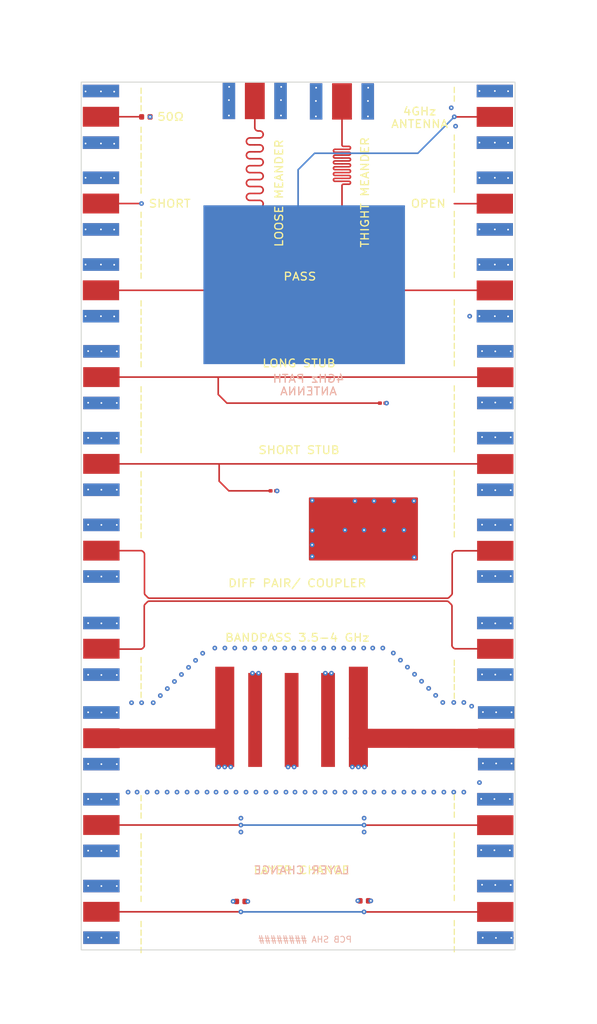
<source format=kicad_pcb>
(kicad_pcb (version 20211014) (generator pcbnew)
  (layers (0 "F.Cu" signal) (1 "In1.Cu" signal) (2 "In2.Cu" signal) (31 "B.Cu" signal) (34 "B.Paste" user) (35 "F.Paste" user) (36 "B.SilkS" user "B.Silkscreen") (37 "F.SilkS" user "F.Silkscreen") (38 "B.Mask" user) (39 "F.Mask" user) (44 "Edge.Cuts" user))
  (net 0 "")
  (net 1 "Net-(J1-Pad1)")
  (net 2 "GND")
  (net 3 "unconnected-(J3-Pad1)")
  (net 4 "Net-(R2-Pad1)")
  (net 5 "Net-(J7-Pad1)")
  (net 6 "Net-(J10-Pad1)")
  (net 7 "/DIFF_P")
  (net 8 "/DIFF_N")
  (net 9 "Net-(J15-Pad1)")
  (net 10 "Net-(J16-Pad1)")
  (net 11 "unconnected-(J5-Pad1)")
  (net 12 "unconnected-(J21-Pad1)")
  (net 13 "unconnected-(J22-Pad1)")
  (footprint "antmicro-footprints:RF_SMA_BoardEdge_RF2-143-T-17-50-G" (layer "F.Cu") (at 143.8 137.615 -90)
    (fp_text reference "J17" hide)
    (fp_text value "Conn_SMA_RF2-143-T-17-50-G")
  )
  (footprint "antmicro-footprints:RF_SMA_BoardEdge_RF2-143-T-17-50-G" (layer "F.Cu") (at 143.8 86 -90)
    (fp_text reference "J8" hide)
    (fp_text value "Conn_SMA_RF2-143-T-17-50-G")
  )
  (footprint "antmicro-footprints:RF_SMA_BoardEdge_RF2-143-T-17-50-G" (layer "F.Cu") (at 143.9 127.615 -90)
    (fp_text reference "J20" hide)
    (fp_text value "Conn_SMA_RF2-143-T-17-50-G")
  )
  (footprint "antmicro-footprints:RF_SMA_BoardEdge_RF2-143-T-17-50-G" (layer "F.Cu") (at 143.8 117.3 -90)
    (fp_text reference "J14" hide)
    (fp_text value "Conn_SMA_RF2-143-T-17-50-G")
  )
  (footprint "antmicro-footprints:RF_SMA_BoardEdge_RF2-143-T-17-50-G" (layer "F.Cu") (at 94.25 96 90)
    (fp_text reference "J9" hide)
    (fp_text value "Conn_SMA_RF2-143-T-17-50-G")
  )
  (footprint "antmicro-footprints:RF_SMA_BoardEdge_RF2-143-T-17-50-G" (layer "F.Cu") (at 143.75 66 -90)
    (fp_text reference "J3" hide)
    (fp_text value "Conn_SMA_RF2-143-T-17-50-G")
  )
  (footprint "antmicro-footprints:RF_SMA_BoardEdge_RF2-143-T-17-50-G" (layer "F.Cu") (at 143.8 147.615 -90)
    (fp_text reference "J18" hide)
    (fp_text value "Conn_SMA_RF2-143-T-17-50-G")
  )
  (footprint "antmicro-footprints:C_0402_1005Metric" (layer "F.Cu") (at 112.39 146.415)
    (fp_text reference "C2" hide)
    (fp_text value "C_100n_0402")
  )
  (footprint "antmicro-footprints:R_0402_1005Metric" (layer "F.Cu") (at 101.45 56.007499)
    (fp_text reference "R2" hide)
    (fp_text value "R_50R_0402")
  )
  (footprint "antmicro-footprints:C_0402_1005Metric" (layer "F.Cu") (at 126.62 146.345)
    (fp_text reference "C1" hide)
    (fp_text value "C_100n_0402")
  )
  (footprint "antmicro-footprints:RF_SMA_BoardEdge_RF2-143-T-17-50-G" (layer "F.Cu") (at 143.8 96 -90)
    (fp_text reference "J10" hide)
    (fp_text value "Conn_SMA_RF2-143-T-17-50-G")
  )
  (footprint "antmicro-footprints:RF_SMA_BoardEdge_RF2-143-T-17-50-G" (layer "F.Cu") (at 94.25 106 90)
    (fp_text reference "J11" hide)
    (fp_text value "Conn_SMA_RF2-143-T-17-50-G")
  )
  (footprint "antmicro-footprints:RF_SMA_BoardEdge_RF2-143-T-17-50-G" (layer "F.Cu") (at 143.8 106 -90)
    (fp_text reference "J13" hide)
    (fp_text value "Conn_SMA_RF2-143-T-17-50-G")
  )
  (footprint "antmicro-footprints:RF_SMA_BoardEdge_RF2-143-T-17-50-G" (layer "F.Cu") (at 94.25 137.615 90)
    (fp_text reference "J15" hide)
    (fp_text value "Conn_SMA_RF2-143-T-17-50-G")
  )
  (footprint "antmicro-footprints:R_0201" (layer "F.Cu") (at 116.144 99.100001 180)
    (fp_text reference "R4" hide)
    (fp_text value "R_0R_0201")
  )
  (footprint "antmicro-footprints:RF_SMA_BoardEdge_RF2-143-T-17-50-G" (layer "F.Cu") (at 94.2 76 90)
    (fp_text reference "J1" hide)
    (fp_text value "Conn_SMA_RF2-143-T-17-50-G")
  )
  (footprint "antmicro-footprints:RF_SMA_BoardEdge_RF2-143-T-17-50-G" (layer "F.Cu") (at 143.75 76 -90)
    (fp_text reference "J2" hide)
    (fp_text value "Conn_SMA_RF2-143-T-17-50-G")
  )
  (footprint "antmicro-footprints:RF_SMA_BoardEdge_RF2-143-T-17-50-G" (layer "F.Cu") (at 94.25 117.3 90)
    (fp_text reference "J12" hide)
    (fp_text value "Conn_SMA_RF2-143-T-17-50-G")
  )
  (footprint "antmicro-footprints:RF_SMA_BoardEdge_RF2-143-T-17-50-G" (layer "F.Cu") (at 94.25 127.615 90)
    (fp_text reference "J19" hide)
    (fp_text value "Conn_SMA_RF2-143-T-17-50-G")
  )
  (footprint "antmicro-footprints:RF_SMA_BoardEdge_RF2-143-T-17-50-G" (layer "F.Cu") (at 143.75 56 -90)
    (fp_text reference "J5" hide)
    (fp_text value "Conn_SMA_RF2-143-T-17-50-G")
  )
  (footprint "antmicro-footprints:RF_SMA_BoardEdge_RF2-143-T-17-50-G" (layer "F.Cu") (at 94.2 56 90)
    (fp_text reference "J6" hide)
    (fp_text value "Conn_SMA_RF2-143-T-17-50-G")
  )
  (footprint "antmicro-footprints:RF_SMA_BoardEdge_RF2-143-T-17-50-G" (layer "F.Cu") (at 94.25 147.615 90)
    (fp_text reference "J16" hide)
    (fp_text value "Conn_SMA_RF2-143-T-17-50-G")
  )
  (footprint "antmicro-footprints:RF_SMA_BoardEdge_RF2-143-T-17-50-G" (layer "F.Cu") (at 94.2 66 90)
    (fp_text reference "J4" hide)
    (fp_text value "Conn_SMA_RF2-143-T-17-50-G")
  )
  (footprint "antmicro-footprints:RF_SMA_BoardEdge_RF2-143-T-17-50-G" (layer "F.Cu") (at 114 52.1)
    (fp_text reference "J21" hide)
    (fp_text value "Conn_SMA_RF2-143-T-17-50-G")
  )
  (footprint "antmicro-footprints:RF_SMA_BoardEdge_RF2-143-T-17-50-G" (layer "F.Cu") (at 124.05 52.15)
    (fp_text reference "J22" hide)
    (fp_text value "Conn_SMA_RF2-143-T-17-50-G")
  )
  (footprint "antmicro-footprints:antmicro-logo_scaled_12mm_mask" (layer "F.Cu") (at 126.399 101.982)
    (fp_text reference "G***" hide)
    (fp_text value "LOGO" hide)
  )
  (footprint "antmicro-footprints:RF_SMA_BoardEdge_RF2-143-T-17-50-G" (layer "F.Cu") (at 94.25 86 90)
    (fp_text reference "J7" hide)
    (fp_text value "Conn_SMA_RF2-143-T-17-50-G")
  )
  (footprint "antmicro-footprints:R_0201" (layer "F.Cu") (at 128.744001 88.992501 180)
    (fp_text reference "R3" hide)
    (fp_text value "R_0R_0201")
  )
  (gr_rect (start 124.85 130.915) (end 127.04 119.365) (layer "F.Cu") (width 0) (fill solid))
  (gr_rect (start 117.455 130.915) (end 119.045 120.085) (layer "F.Cu") (width 0) (fill solid))
  (gr_rect (start 113.25 130.915) (end 114.84 120.085) (layer "F.Cu") (width 0) (fill solid))
  (gr_rect (start 109.45 130.915) (end 111.64 119.365) (layer "F.Cu") (width 0) (fill solid))
  (gr_line (start 141.825 127.6225) (end 125.945 127.615) (layer "F.Cu") (width 2.2))
  (gr_rect (start 121.655 130.915) (end 123.245 120.085) (layer "F.Cu") (width 0) (fill solid))
  (gr_line (start 110.495 127.615) (end 96.7 127.615) (layer "F.Cu") (width 2.2))
  (gr_poly (pts (xy 131.315 84.5) (xy 108.085 84.5) (xy 108.085 66.2) (xy 131.315 66.2)) (layer "B.Cu") (width 0) (fill solid))
  (gr_line (start 137 98.4) (end 137 97.8) (layer "F.SilkS") (width 0.15))
  (gr_line (start 100.9 99.5) (end 100.9 98.9) (layer "F.SilkS") (width 0.15))
  (gr_line (start 100.9 62.8) (end 100.9 62.2) (layer "F.SilkS") (width 0.15))
  (gr_line (start 137 140.115) (end 137 139.515) (layer "F.SilkS") (width 0.15))
  (gr_line (start 100.9 98.5) (end 100.9 97.9) (layer "F.SilkS") (width 0.15))
  (gr_line (start 100.9 55.3) (end 100.9 54.7) (layer "F.SilkS") (width 0.15))
  (gr_line (start 137 123.015) (end 137 122.415) (layer "F.SilkS") (width 0.15))
  (gr_line (start 100.9 134.815) (end 100.9 134.215) (layer "F.SilkS") (width 0.15))
  (gr_line (start 137 94.6) (end 137 94) (layer "F.SilkS") (width 0.15))
  (gr_line (start 100.9 102.5) (end 100.9 101.9) (layer "F.SilkS") (width 0.15))
  (gr_line (start 137 100.4) (end 137 99.8) (layer "F.SilkS") (width 0.15))
  (gr_line (start 137 82.7) (end 137 82.1) (layer "F.SilkS") (width 0.15))
  (gr_line (start 100.9 64.8) (end 100.9 64.2) (layer "F.SilkS") (width 0.15))
  (gr_line (start 100.9 88.7) (end 100.9 88.1) (layer "F.SilkS") (width 0.15))
  (gr_line (start 100.9 103.5) (end 100.9 102.9) (layer "F.SilkS") (width 0.15))
  (gr_line (start 100.9 53.3) (end 100.9 52.7) (layer "F.SilkS") (width 0.15))
  (gr_line (start 100.9 61.8) (end 100.9 61.2) (layer "F.SilkS") (width 0.15))
  (gr_line (start 100.9 100.5) (end 100.9 99.9) (layer "F.SilkS") (width 0.15))
  (gr_line (start 100.9 54.3) (end 100.9 53.7) (layer "F.SilkS") (width 0.15))
  (gr_line (start 137 62.7) (end 137 62.1) (layer "F.SilkS") (width 0.15))
  (gr_line (start 137 120.09) (end 137 119.49) (layer "F.SilkS") (width 0.15))
  (gr_line (start 137 79.7) (end 137 79.1) (layer "F.SilkS") (width 0.15))
  (gr_line (start 137 80.7) (end 137 80.1) (layer "F.SilkS") (width 0.15))
  (gr_line (start 137 61.7) (end 137 61.1) (layer "F.SilkS") (width 0.15))
  (gr_line (start 137 146.315) (end 137 145.715) (layer "F.SilkS") (width 0.15))
  (gr_line (start 137 68.5) (end 137 67.9) (layer "F.SilkS") (width 0.15))
  (gr_line (start 100.9 78.8) (end 100.9 78.2) (layer "F.SilkS") (width 0.15))
  (gr_line (start 137 134.715) (end 137 134.115) (layer "F.SilkS") (width 0.15))
  (gr_line (start 137 83.7) (end 137 83.1) (layer "F.SilkS") (width 0.15))
  (gr_line (start 137 81.7) (end 137 81.1) (layer "F.SilkS") (width 0.15))
  (gr_line (start 100.9 60.8) (end 100.9 60.2) (layer "F.SilkS") (width 0.15))
  (gr_line (start 100.9 71.6) (end 100.9 71) (layer "F.SilkS") (width 0.15))
  (gr_line (start 137 78.7) (end 137 78.1) (layer "F.SilkS") (width 0.15))
  (gr_line (start 137 121.09) (end 137 120.49) (layer "F.SilkS") (width 0.15))
  (gr_line (start 100.9 136.815) (end 100.9 136.215) (layer "F.SilkS") (width 0.15))
  (gr_line (start 100.9 57.8) (end 100.9 57.2) (layer "F.SilkS") (width 0.15))
  (gr_line (start 137 144.115) (end 137 143.515) (layer "F.SilkS") (width 0.15))
  (gr_line (start 137 135.715) (end 137 135.115) (layer "F.SilkS") (width 0.15))
  (gr_line (start 100.9 118.9) (end 100.9 118.3) (layer "F.SilkS") (width 0.15))
  (gr_line (start 100.9 135.815) (end 100.9 135.215) (layer "F.SilkS") (width 0.15))
  (gr_line (start 137 74.5) (end 137 73.9) (layer "F.SilkS") (width 0.15))
  (gr_line (start 100.9 140.215) (end 100.9 139.615) (layer "F.SilkS") (width 0.15))
  (gr_line (start 137 152.215) (end 137 151.615) (layer "F.SilkS") (width 0.15))
  (gr_line (start 100.9 73.6) (end 100.9 73) (layer "F.SilkS") (width 0.15))
  (gr_line (start 137 92.6) (end 137 92) (layer "F.SilkS") (width 0.15))
  (gr_line (start 100.9 81.8) (end 100.9 81.2) (layer "F.SilkS") (width 0.15))
  (gr_line (start 100.9 94.7) (end 100.9 94.1) (layer "F.SilkS") (width 0.15))
  (gr_line (start 137 139.115) (end 137 138.515) (layer "F.SilkS") (width 0.15))
  (gr_line (start 100.9 77.8) (end 100.9 77.2) (layer "F.SilkS") (width 0.15))
  (gr_line (start 137 151.215) (end 137 150.615) (layer "F.SilkS") (width 0.15))
  (gr_line (start 100.9 122.9) (end 100.9 122.3) (layer "F.SilkS") (width 0.15))
  (gr_line (start 137 77.7) (end 137 77.1) (layer "F.SilkS") (width 0.15))
  (gr_line (start 137 103.4) (end 137 102.8) (layer "F.SilkS") (width 0.15))
  (gr_line (start 100.9 150.315) (end 100.9 149.715) (layer "F.SilkS") (width 0.15))
  (gr_line (start 100.9 58.8) (end 100.9 58.2) (layer "F.SilkS") (width 0.15))
  (gr_line (start 100.9 79.8) (end 100.9 79.2) (layer "F.SilkS") (width 0.15))
  (gr_line (start 137 90.6) (end 137 90) (layer "F.SilkS") (width 0.15))
  (gr_line (start 137 59.7) (end 137 59.1) (layer "F.SilkS") (width 0.15))
  (gr_line (start 137 142.115) (end 137 141.515) (layer "F.SilkS") (width 0.15))
  (gr_line (start 137 87.6) (end 137 87) (layer "F.SilkS") (width 0.15))
  (gr_line (start 100.9 149.315) (end 100.9 148.715) (layer "F.SilkS") (width 0.15))
  (gr_line (start 137 122.015) (end 137 121.415) (layer "F.SilkS") (width 0.15))
  (gr_line (start 137 58.7) (end 137 58.1) (layer "F.SilkS") (width 0.15))
  (gr_line (start 100.9 90.7) (end 100.9 90.1) (layer "F.SilkS") (width 0.15))
  (gr_line (start 100.9 69.6) (end 100.9 69) (layer "F.SilkS") (width 0.15))
  (gr_line (start 100.9 104.5) (end 100.9 103.9) (layer "F.SilkS") (width 0.15))
  (gr_line (start 100.9 142.215) (end 100.9 141.615) (layer "F.SilkS") (width 0.15))
  (gr_line (start 137 84.7) (end 137 84.1) (layer "F.SilkS") (width 0.15))
  (gr_line (start 137 60.7) (end 137 60.1) (layer "F.SilkS") (width 0.15))
  (gr_line (start 100.9 74.6) (end 100.9 74) (layer "F.SilkS") (width 0.15))
  (gr_line (start 100.9 68.6) (end 100.9 68) (layer "F.SilkS") (width 0.15))
  (gr_line (start 100.9 80.8) (end 100.9 80.2) (layer "F.SilkS") (width 0.15))
  (gr_line (start 137 73.5) (end 137 72.9) (layer "F.SilkS") (width 0.15))
  (gr_line (start 100.9 70.6) (end 100.9 70) (layer "F.SilkS") (width 0.15))
  (gr_line (start 137 67.5) (end 137 66.9) (layer "F.SilkS") (width 0.15))
  (gr_line (start 137 72.5) (end 137 71.9) (layer "F.SilkS") (width 0.15))
  (gr_line (start 100.9 151.315) (end 100.9 150.715) (layer "F.SilkS") (width 0.15))
  (gr_line (start 100.9 101.5) (end 100.9 100.9) (layer "F.SilkS") (width 0.15))
  (gr_line (start 137 145.115) (end 137 144.515) (layer "F.SilkS") (width 0.15))
  (gr_line (start 137 63.7) (end 137 63.1) (layer "F.SilkS") (width 0.15))
  (gr_line (start 137 69.5) (end 137 68.9) (layer "F.SilkS") (width 0.15))
  (gr_line (start 100.9 152.315) (end 100.9 151.715) (layer "F.SilkS") (width 0.15))
  (gr_line (start 100.9 67.6) (end 100.9 67) (layer "F.SilkS") (width 0.15))
  (gr_line (start 100.9 143.215) (end 100.9 142.615) (layer "F.SilkS") (width 0.15))
  (gr_line (start 100.9 72.6) (end 100.9 72) (layer "F.SilkS") (width 0.15))
  (gr_line (start 100.9 120.9) (end 100.9 120.3) (layer "F.SilkS") (width 0.15))
  (gr_line (start 137 102.4) (end 137 101.8) (layer "F.SilkS") (width 0.15))
  (gr_line (start 137 136.715) (end 137 136.115) (layer "F.SilkS") (width 0.15))
  (gr_line (start 137 91.6) (end 137 91) (layer "F.SilkS") (width 0.15))
  (gr_line (start 137 88.6) (end 137 88) (layer "F.SilkS") (width 0.15))
  (gr_line (start 100.9 89.7) (end 100.9 89.1) (layer "F.SilkS") (width 0.15))
  (gr_line (start 100.9 139.215) (end 100.9 138.615) (layer "F.SilkS") (width 0.15))
  (gr_line (start 137 89.6) (end 137 89) (layer "F.SilkS") (width 0.15))
  (gr_line (start 100.9 82.8) (end 100.9 82.2) (layer "F.SilkS") (width 0.15))
  (gr_line (start 137 71.5) (end 137 70.9) (layer "F.SilkS") (width 0.15))
  (gr_line (start 137 97.4) (end 137 96.8) (layer "F.SilkS") (width 0.15))
  (gr_line (start 100.9 121.9) (end 100.9 121.3) (layer "F.SilkS") (width 0.15))
  (gr_line (start 137 104.4) (end 137 103.8) (layer "F.SilkS") (width 0.15))
  (gr_line (start 137 141.115) (end 137 140.515) (layer "F.SilkS") (width 0.15))
  (gr_line (start 137 93.6) (end 137 93) (layer "F.SilkS") (width 0.15))
  (gr_line (start 100.9 146.415) (end 100.9 145.815) (layer "F.SilkS") (width 0.15))
  (gr_line (start 100.9 59.8) (end 100.9 59.2) (layer "F.SilkS") (width 0.15))
  (gr_line (start 137 150.215) (end 137 149.615) (layer "F.SilkS") (width 0.15))
  (gr_line (start 100.9 92.7) (end 100.9 92.1) (layer "F.SilkS") (width 0.15))
  (gr_line (start 100.9 119.9) (end 100.9 119.3) (layer "F.SilkS") (width 0.15))
  (gr_line (start 100.9 145.215) (end 100.9 144.615) (layer "F.SilkS") (width 0.15))
  (gr_line (start 137 70.5) (end 137 69.9) (layer "F.SilkS") (width 0.15))
  (gr_line (start 137 119.215) (end 137 118.615) (layer "F.SilkS") (width 0.15))
  (gr_line (start 137 143.115) (end 137 142.515) (layer "F.SilkS") (width 0.15))
  (gr_line (start 100.9 93.7) (end 100.9 93.1) (layer "F.SilkS") (width 0.15))
  (gr_line (start 100.9 84.8) (end 100.9 84.2) (layer "F.SilkS") (width 0.15))
  (gr_line (start 100.9 83.8) (end 100.9 83.2) (layer "F.SilkS") (width 0.15))
  (gr_line (start 137 149.215) (end 137 148.615) (layer "F.SilkS") (width 0.15))
  (gr_line (start 100.9 97.5) (end 100.9 96.9) (layer "F.SilkS") (width 0.15))
  (gr_line (start 100.9 91.7) (end 100.9 91.1) (layer "F.SilkS") (width 0.15))
  (gr_line (start 137 101.4) (end 137 100.8) (layer "F.SilkS") (width 0.15))
  (gr_line (start 100.9 141.215) (end 100.9 140.615) (layer "F.SilkS") (width 0.15))
  (gr_line (start 100.9 63.8) (end 100.9 63.2) (layer "F.SilkS") (width 0.15))
  (gr_line (start 137 53.2) (end 137 52.6) (layer "F.SilkS") (width 0.15))
  (gr_line (start 137 99.4) (end 137 98.8) (layer "F.SilkS") (width 0.15))
  (gr_line (start 137 54.2) (end 137 53.6) (layer "F.SilkS") (width 0.15))
  (gr_line (start 137 64.7) (end 137 64.1) (layer "F.SilkS") (width 0.15))
  (gr_line (start 100.9 87.7) (end 100.9 87.1) (layer "F.SilkS") (width 0.15))
  (gr_line (start 100.9 144.215) (end 100.9 143.615) (layer "F.SilkS") (width 0.15))
  (gr_rect (start 94 52) (end 144 152) (layer "Edge.Cuts") (width 0.1) (fill none))
  (gr_text "4GHz PATH\nANTENNA" (at 120.2 86.9) (layer "B.SilkS") (effects (font (size 0.9 1)) (justify mirror)))
  (gr_text "LAYER CHANGE" (at 119.4 142.815) (layer "B.SilkS") (effects (font (size 0.9 1)) (justify mirror)))
  (gr_text "PCB SHA ########" (at 119.8 150.8) (layer "B.SilkS") (effects (font (size 0.7 0.7) (thickness 0.1)) (justify mirror)))
  (gr_text "SHORT STUB" (at 119.1 94.4) (layer "F.SilkS") (effects (font (size 0.9 1))))
  (gr_text "BANDPASS 3.5-4 GHz" (at 118.9 116.015) (layer "F.SilkS") (effects (font (size 0.9 1))))
  (gr_text "DIFF PAIR/ COUPLER" (at 118.9 109.74) (layer "F.SilkS") (effects (font (size 0.9 1))))
  (gr_text "LONG STUB" (at 119.1 84.4) (layer "F.SilkS") (effects (font (size 0.9 1))))
  (gr_text "THIGHT MEANDER" (at 126.7 64.7 90) (layer "F.SilkS") (effects (font (size 0.9 1))))
  (gr_text "SHORT" (at 104.2 66) (layer "F.SilkS") (effects (font (size 0.9 1))))
  (gr_text "50Ω" (at 104.3 56) (layer "F.SilkS") (effects (font (size 0.9 1))))
  (gr_text "LOOSE MEANDER" (at 116.8 64.8 90) (layer "F.SilkS") (effects (font (size 0.9 1))))
  (gr_text "PASS" (at 119.2 74.4) (layer "F.SilkS") (effects (font (size 0.9 1))))
  (gr_text "LAYER CHANGE" (at 119.4 142.815) (layer "F.SilkS") (effects (font (size 0.9 1))))
  (gr_text "OPEN" (at 134 66) (layer "F.SilkS") (effects (font (size 0.9 1))))
  (gr_text "4GHz\nANTENNA" (at 133 56.1) (layer "F.SilkS") (effects (font (size 0.9 1))))
  (segment (start 141.6625 75.9925) (end 141.675 75.98) (width 0.185) (layer "F.Cu") (net 1))
  (segment (start 96.275 75.9925) (end 141.6625 75.9925) (width 0.185) (layer "F.Cu") (net 1))
  (segment (start 111.906 146.415) (end 111.52 146.415) (width 0.185) (layer "F.Cu") (net 2))
  (segment (start 100.95 65.9925) (end 96.275 65.9925) (width 0.185) (layer "F.Cu") (net 2))
  (segment (start 111.52 146.415) (end 111.51 146.405) (width 0.185) (layer "F.Cu") (net 2))
  (via (at 116.576043 99.109757) (size 0.55) (drill 0.2) (layers "F.Cu" "B.Cu") (net 2))
  (via (at 138.775 78.975) (size 0.55) (drill 0.2) (layers "F.Cu" "B.Cu") (net 2))
  (via (at 94.5 53.075) (size 0.55) (drill 0.2) (layers "F.Cu" "B.Cu") (net 2))
  (via (at 96.325 103.025) (size 0.55) (drill 0.2) (layers "F.Cu" "B.Cu") (net 2))
  (via (at 132.349 100.272) (size 0.55) (drill 0.2) (layers "F.Cu" "B.Cu") (net 2))
  (via (at 98.1 130.59) (size 0.55) (drill 0.2) (layers "F.Cu" "B.Cu") (net 2))
  (via (at 140.2 114.35) (size 0.55) (drill 0.2) (layers "F.Cu" "B.Cu") (net 2))
  (via (at 121.96 117.215) (size 0.55) (drill 0.2) (layers "F.Cu" "B.Cu") (net 2))
  (via (at 128.899 103.622) (size 0.55) (drill 0.2) (layers "F.Cu" "B.Cu") (net 2))
  (via (at 108 117.815) (size 0.55) (drill 0.2) (layers "F.Cu" "B.Cu") (net 2))
  (via (at 110.7 133.815) (size 0.55) (drill 0.2) (layers "F.Cu" "B.Cu") (net 2))
  (via (at 100.44 133.815) (size 0.55) (drill 0.2) (layers "F.Cu" "B.Cu") (net 2))
  (via (at 130.793898 118.608898) (size 0.55) (drill 0.2) (layers "F.Cu" "B.Cu") (net 2))
  (via (at 141.725 99.025) (size 0.55) (drill 0.2) (layers "F.Cu" "B.Cu") (net 2))
  (via (at 105.04 133.815) (size 0.55) (drill 0.2) (layers "F.Cu" "B.Cu") (net 2))
  (via (at 125.549 100.272) (size 0.55) (drill 0.2) (layers "F.Cu" "B.Cu") (net 2))
  (via (at 126.56 117.215) (size 0.55) (drill 0.2) (layers "F.Cu" "B.Cu") (net 2))
  (via (at 94.499999 78.975) (size 0.55) (drill 0.2) (layers "F.Cu" "B.Cu") (net 2))
  (via (at 125.245 130.915) (size 0.55) (drill 0.2) (layers "F.Cu" "B.Cu") (net 2))
  (via (at 126.599 103.622) (size 0.55) (drill 0.2) (layers "F.Cu" "B.Cu") (net 2))
  (via (at 138.1 123.487935) (size 0.55) (drill 0.2) (layers "F.Cu" "B.Cu") (net 2))
  (via (at 94.8 83) (size 0.55) (drill 0.2) (layers "F.Cu" "B.Cu") (net 2))
  (via (at 111.025 54.075) (size 0.55) (drill 0.2) (layers "F.Cu" "B.Cu") (net 2))
  (via (at 94.8 114.343973) (size 0.55) (drill 0.2) (layers "F.Cu" "B.Cu") (net 2))
  (via (at 120.629 100.212) (size 0.55) (drill 0.2) (layers "F.Cu" "B.Cu") (net 2))
  (via (at 96.325 124.64) (size 0.55) (drill 0.2) (layers "F.Cu" "B.Cu") (net 2))
  (via (at 98.1 83.025) (size 0.55) (drill 0.2) (layers "F.Cu" "B.Cu") (net 2))
  (via (at 126.6075 138.415) (size 0.55) (drill 0.2) (layers "F.Cu" "B.Cu") (net 2))
  (via (at 96.325 83.025) (size 0.55) (drill 0.2) (layers "F.Cu" "B.Cu") (net 2))
  (via (at 112.4075 136.815) (size 0.55) (drill 0.2) (layers "F.Cu" "B.Cu") (net 2))
  (via (at 113.2 146.415) (size 0.55) (drill 0.2) (layers "F.Cu" "B.Cu") (net 2))
  (via (at 105.553411 120.261589) (size 0.55) (drill 0.2) (layers "F.Cu" "B.Cu") (net 2))
  (via (at 131.199 103.622) (size 0.55) (drill 0.2) (layers "F.Cu" "B.Cu") (net 2))
  (via (at 140.2 103) (size 0.55) (drill 0.2) (layers "F.Cu" "B.Cu") (net 2))
  (via (at 104.747309 121.067691) (size 0.55) (drill 0.2) (layers "F.Cu" "B.Cu") (net 2))
  (via (at 118.5 117.215) (size 0.55) (drill 0.2) (layers "F.Cu" "B.Cu") (net 2))
  (via (at 143.5 120.275) (size 0.55) (drill 0.2) (layers "F.Cu" "B.Cu") (net 2))
  (via (at 127.6 117.215) (size 0.55) (drill 0.2) (layers "F.Cu" "B.Cu") (net 2))
  (via (at 94.8 88.95) (size 0.55) (drill 0.2) (layers "F.Cu" "B.Cu") (net 2))
  (via (at 143.4 134.615) (size 0.55) (drill 0.2) (layers "F.Cu" "B.Cu") (net 2))
  (via (at 140.1 140.49) (size 0.55) (drill 0.2) (layers "F.Cu" "B.Cu") (net 2))
  (via (at 133.226346 121.041346) (size 0.55) (drill 0.2) (layers "F.Cu" "B.Cu") (net 2))
  (via (at 94.5 68.975) (size 0.55) (drill 0.2) (layers "F.Cu" "B.Cu") (net 2))
  (via (at 137.15 57.08) (size 0.55) (drill 0.2) (layers "F.Cu" "B.Cu") (net 2))
  (via (at 141.675 63.025) (size 0.55) (drill 0.2) (layers "F.Cu" "B.Cu") (net 2))
  (via (at 135.8 133.815) (size 0.55) (drill 0.2) (layers "F.Cu" "B.Cu") (net 2))
  (via (at 96.325 140.59) (size 0.55) (drill 0.2) (layers "F.Cu" "B.Cu") (net 2))
  (via (at 118.64 133.815) (size 0.55) (drill 0.2) (layers "F.Cu" "B.Cu") (net 2))
  (via (at 126.7 133.815) (size 0.55) (drill 0.2) (layers "F.Cu" "B.Cu") (net 2))
  (via (at 124.4 133.815) (size 0.55) (drill 0.2) (layers "F.Cu" "B.Cu") (net 2))
  (via (at 96.275 73.025001) (size 0.55) (drill 0.2) (layers "F.Cu" "B.Cu") (net 2))
  (via (at 115.3 133.815) (size 0.55) (drill 0.2) (layers "F.Cu" "B.Cu") (net 2))
  (via (at 94.5 73.025) (size 0.55) (drill 0.2) (layers "F.Cu" "B.Cu") (net 2))
  (via (at 141.725 114.375) (size 0.55) (drill 0.2) (layers "F.Cu" "B.Cu") (net 2))
  (via (at 98.1 150.59) (size 0.55) (drill 0.2) (layers "F.Cu" "B.Cu") (net 2))
  (via (at 129.973654 117.788654) (size 0.55) (drill 0.2) (layers "F.Cu" "B.Cu") (net 2))
  (via (at 134.64 133.815) (size 0.55) (drill 0.2) (layers "F.Cu" "B.Cu") (net 2))
  (via (at 141.825 130.515) (size 0.55) (drill 0.2) (layers "F.Cu" "B.Cu") (net 2))
  (via (at 140.275 150.59) (size 0.55) (drill 0.2) (layers "F.Cu" "B.Cu") (net 2))
  (via (at 143.5 99.025) (size 0.55) (drill 0.2) (layers "F.Cu" "B.Cu") (net 2))
  (via (at 115.16 117.215) (size 0.55) (drill 0.2) (layers "F.Cu" "B.Cu") (net 2))
  (via (at 96.325 120.318973) (size 0.55) (drill 0.2) (layers "F.Cu" "B.Cu") (net 2))
  (via (at 141.725 88.925) (size 0.55) (drill 0.2) (layers "F.Cu" "B.Cu") (net 2))
  (via (at 139.9 58.975) (size 0.55) (drill 0.2) (layers "F.Cu" "B.Cu") (net 2))
  (via (at 111.51 146.405) (size 0.55) (drill 0.2) (layers "F.Cu" "B.Cu") (net 2))
  (via (at 103.9 133.815) (size 0.55) (drill 0.2) (layers "F.Cu" "B.Cu") (net 2))
  (via (at 111.05 52.55) (size 0.55) (drill 0.2) (layers "F.Cu" "B.Cu") (net 2))
  (via (at 94.8 150.565) (size 0.55) (drill 0.2) (layers "F.Cu" "B.Cu") (net 2))
  (via (at 96.325 98.975) (size 0.55) (drill 0.2) (layers "F.Cu" "B.Cu") (net 2))
  (via (at 132.420244 120.235244) (size 0.55) (drill 0.2) (layers "F.Cu" "B.Cu") (net 2))
  (via (at 98.1 144.64) (size 0.55) (drill 0.2) (layers "F.Cu" "B.Cu") (net 2))
  (via (at 119.66 117.215) (size 0.55) (drill 0.2) (layers "F.Cu" "B.Cu") (net 2))
  (via (at 108.5 133.815) (size 0.55) (drill 0.2) (layers "F.Cu" "B.Cu") (net 2))
  (via (at 123.1 117.215) (size 0.55) (drill 0.2) (layers "F.Cu" "B.Cu") (net 2))
  (via (at 98.1 124.64) (size 0.55) (drill 0.2) (layers "F.Cu" "B.Cu") (net 2))
  (via (at 123.24 133.815) (size 0.55) (drill 0.2) (layers "F.Cu" "B.Cu") (net 2))
  (via (at 140.2 108.9) (size 0.55) (drill 0.2) (layers "F.Cu" "B.Cu") (net 2))
  (via (at 94.8 93) (size 0.55) (drill 0.2) (layers "F.Cu" "B.Cu") (net 2))
  (via (at 117.025 55.850001) (size 0.55) (drill 0.2) (layers "F.Cu" "B.Cu") (net 2))
  (via (at 121.05 54.175) (size 0.55) (drill 0.2) (layers "F.Cu" "B.Cu") (net 2))
  (via (at 99.4 133.815) (size 0.55) (drill 0.2) (layers "F.Cu" "B.Cu") (net 2))
  (via (at 141.625 134.615) (size 0.55) (drill 0.2) (layers "F.Cu" "B.Cu") (net 2))
  (via (at 140.2 83) (size 0.55) (drill 0.2) (layers "F.Cu" "B.Cu") (net 2))
  (via (at 133.5 133.815) (size 0.55) (drill 0.2) (layers "F.Cu" "B.Cu") (net 2))
  (via (at 127.749 100.272) (size 0.55) (drill 0.2) (layers "F.Cu" "B.Cu") (net 2))
  (via (at 141.725 83.025) (size 0.55) (drill 0.2) (layers "F.Cu" "B.Cu") (net 2))
  (via (at 101.6 133.815) (size 0.55) (drill 0.2) (layers "F.Cu" "B.Cu") (net 2))
  (via (at 96.325 134.64) (size 0.55) (drill 0.2) (layers "F.Cu" "B.Cu") (net 2))
  (via (at 94.8 108.95) (size 0.55) (drill 0.2) (layers "F.Cu" "B.Cu") (net 2))
  (via (at 143.2 73.05) (size 0.55) (drill 0.2) (layers "F.Cu" "B.Cu") (net 2))
  (via (at 143.2 69) (size 0.55) (drill 0.2) (layers "F.Cu" "B.Cu") (net 2))
  (via (at 102.74 133.815) (size 0.55) (drill 0.2) (layers "F.Cu" "B.Cu") (net 2))
  (via (at 127.075 52.65) (size 0.55) (drill 0.2) (layers "F.Cu" "B.Cu") (net 2))
  (via (at 140.2 92.9) (size 0.55) (drill 0.2) (layers "F.Cu" "B.Cu") (net 2))
  (via (at 103.120963 122.694037) (size 0.55) (drill 0.2) (layers "F.Cu" "B.Cu") (net 2))
  (via (at 126.6075 136.815) (size 0.55) (drill 0.2) (layers "F.Cu" "B.Cu") (net 2))
  (via (at 121.075 52.65) (size 0.55) (drill 0.2) (layers "F.Cu" "B.Cu") (net 2))
  (via (at 110.54 130.915) (size 0.55) (drill 0.2) (layers "F.Cu" "B.Cu") (net 2))
  (via (at 119.8 133.815) (size 0.55) (drill 0.2) (layers "F.Cu" "B.Cu") (net 2))
  (via (at 98.1 134.64) (size 0.55) (drill 0.2) (layers "F.Cu" "B.Cu") (net 2))
  (via (at 136.94 133.815) (size 0.55) (drill 0.2) (layers "F.Cu" "B.Cu") (net 2))
  (via (at 143.5 92.925) (size 0.55) (drill 0.2) (layers "F.Cu" "B.Cu") (net 2))
  (via (at 136.94 123.487935) (size 0.55) (drill 0.2) (layers "F.Cu" "B.Cu") (net 2))
  (via (at 114 117.215) (size 0.55) (drill 0.2) (layers "F.Cu" "B.Cu") (net 2))
  (via (at 107.34 133.815) (size 0.55) (drill 0.2) (layers "F.Cu" "B.Cu") (net 2))
  (via (at 141.675 53.025) (size 0.55) (drill 0.2) (layers "F.Cu" "B.Cu") (net 2))
  (via (at 128.9 133.815) (size 0.55) (drill 0.2) (layers "F.Cu" "B.Cu") (net 2))
  (via (at 125.54 133.815) (size 0.55) (drill 0.2) (layers "F.Cu" "B.Cu") (net 2))
  (via (at 106.2 133.815) (size 0.55) (drill 0.2) (layers "F.Cu" "B.Cu") (net 2))
  (via (at 94.8 103) (size 0.55) (drill 0.2) (layers "F.Cu" "B.Cu") (net 2))
  (via (at 143.5 83.025) (size 0.55) (drill 0.2) (layers "F.Cu" "B.Cu") (net 2))
  (via (at 129.194001 88.992501) (size 0.55) (drill 0.2) (layers "F.Cu" "B.Cu") (net 2))
  (via (at 96.275 63.025) (size 0.55) (drill 0.2) (layers "F.Cu" "B.Cu") (net 2))
  (via (at 98.1 93.025) (size 0.55) (drill 0.2) (layers "F.Cu" "B.Cu") (net 2))
  (via (at 98.1 88.975) (size 0.55) (drill 0.2) (layers "F.Cu" "B.Cu") (net 2))
  (via (at 140.3 130.49) (size 0.55) (drill 0.2) (layers "F.Cu" "B.Cu") (net 2))
  (via (at 116.44 133.815) (size 0.55) (drill 0.2) (layers "F.Cu" "B.Cu") (net 2))
  (via (at 141.675 58.975) (size 0.55) (drill 0.2) (layers "F.Cu" "B.Cu") (net 2))
  (via (at 141.625 140.515) (size 0.55) (drill 0.2) (layers "F.Cu" "B.Cu") (net 2))
  (via (at 94.8 120.293973) (size 0.55) (drill 0.2) (layers "F.Cu" "B.Cu") (net 2))
  (via (at 97.8 63.05) (size 0.55) (drill 0.2) (layers "F.Cu" "B.Cu") (net 2))
  (via (at 143.5 144.515) (size 0.55) (drill 0.2) (layers "F.Cu" "B.Cu") (net 2))
  (via (at 100.95 65.9925) (size 0.55) (drill 0.2) (layers "F.Cu" "B.Cu") (net 2))
  (via (at 141.725 144.515) (size 0.55) (drill 0.2) (layers "F.Cu" "B.Cu") (net 2))
  (via (at 143.5 88.925) (size 0.55) (drill 0.2) (layers "F.Cu" "B.Cu") (net 2))
  (via (at 140.2 120.25) (size 0.55) (drill 0.2) (layers "F.Cu" "B.Cu") (net 2))
  (via (at 101.935 56.0075) (size 0.55) (drill 0.2) (layers "F.Cu" "B.Cu") (net 2))
  (via (at 117.84 130.915) (size 0.55) (drill 0.2) (layers "F.Cu" "B.Cu") (net 2))
  (via (at 96.325 130.59) (size 0.55) (drill 0.2) (layers "F.Cu" "B.Cu") (net 2))
  (via (at 99.8 123.515) (size 0.55) (drill 0.2) (layers "F.Cu" "B.Cu") (net 2))
  (via (at 98.1 114.368973) (size 0.55) (drill 0.2) (layers "F.Cu" "B.Cu") (net 2))
  (via (at 113.74 120.115) (size 0.55) (drill 0.2) (layers "F.Cu" "B.Cu") (net 2))
  (via (at 143.5 114.375) (size 0.55) (drill 0.2) (layers "F.Cu" "B.Cu") (net 2))
  (via (at 141.725 92.925) (size 0.55) (drill 0.2) (layers "F.Cu" "B.Cu") (net 2))
  (via (at 140.1 134.59) (size 0.55) (drill 0.2) (layers "F.Cu" "B.Cu") (net 2))
  (via (at 141.725 120.275) (size 0.55) (drill 0.2) (layers "F.Cu" "B.Cu") (net 2))
  (via (at 96.275 53.075) (size 0.55) (drill 0.2) (layers "F.Cu" "B.Cu") (net 2))
  (via (at 139.9 132.715) (size 0.55) (drill 0.2) (layers "F.Cu" "B.Cu") (net 2))
  (via (at 143.575 150.615) (size 0.55) (drill 0.2) (layers "F.Cu" "B.Cu") (net 2))
  (via (at 134.046589 121.861589) (size 0.55) (drill 0.2) (layers "F.Cu" "B.Cu") (net 2))
  (via (at 139 123.915) (size 0.55) (drill 0.2) (layers "F.Cu" "B.Cu") (net 2))
  (via (at 122.84 120.115) (size 0.55) (drill 0.2) (layers "F.Cu" "B.Cu") (net 2))
  (via (at 96.275 78.975) (size 0.55) (drill 0.2) (layers "F.Cu" "B.Cu") (net 2))
  (via (at 96.275 59.075) (size 0.55) (drill 0.2) (layers "F.Cu" "B.Cu") (net 2))
  (via (at 143.6 130.515) (size 0.55) (drill 0.2) (layers "F.Cu" "B.Cu") (net 2))
  (via (at 132.381 106.768) (size 0.55) (drill 0.2) (layers "F.Cu" "B.Cu") (net 2))
  (via (at 96.325 150.59) (size 0.55) (drill 0.2) (layers "F.Cu" "B.Cu") (net 2))
  (via (at 117.6 133.815) (size 0.55) (drill 0.2) (layers "F.Cu" "B.Cu") (net 2))
  (via (at 131.2 133.815) (size 0.55) (drill 0.2) (layers "F.Cu" "B.Cu") (net 2))
  (via (at 94.8 134.615) (size 0.55) (drill 0.2) (layers "F.Cu" "B.Cu") (net 2))
  (via (at 140.3 124.59) (size 0.55) (drill 0.2) (layers "F.Cu" "B.Cu") (net 2))
  (via (at 94.499999 59.075) (size 0.55) (drill 0.2) (layers "F.Cu" "B.Cu") (net 2))
  (via (at 140.2 99) (size 0.55) (drill 0.2) (layers "F.Cu" "B.Cu") (net 2))
  (via (at 116.3 117.215) (size 0.55) (drill 0.2) (layers "F.Cu" "B.Cu") (net 2))
  (via (at 127.05 54.175) (size 0.55) (drill 0.2) (layers "F.Cu" "B.Cu") (net 2))
  (via (at 141.725 103.025) (size 0.55) (drill 0.2) (layers "F.Cu" "B.Cu") (net 2))
  (via (at 125.4 117.215) (size 0.55) (drill 0.2) (layers "F.Cu" "B.Cu") (net 2))
  (via (at 139.9 53.025) (size 0.55) (drill 0.2) (layers "F.Cu" "B.Cu") (net 2))
  (via (at 109.54 133.815) (size 0.55) (drill 0.2) (layers "F.Cu" "B.Cu") (net 2))
  (via (at 139.9 63.025) (size 0.55) (drill 0.2) (layers "F.Cu" "B.Cu") (net 2))
  (via (at 131.6 119.415) (size 0.55) (drill 0.2) (layers "F.Cu" "B.Cu") (net 2))
  (via (at 139.9 78.975) (size 0.55) (drill 0.2) (layers "F.Cu" "B.Cu") (net 2))
  (via (at 96.275 68.975) (size 0.55) (drill 0.2) (layers "F.Cu" "B.Cu") (net 2))
  (via (at 122.1 133.815) (size 0.55) (drill 0.2) (layers "F.Cu" "B.Cu") (net 2))
  (via (at 120.616 105.327) (size 0.55) (drill 0.2) (layers "F.Cu" "B.Cu") (net 2))
  (via (at 113 133.815) (size 0.55) (drill 0.2) (layers "F.Cu" "B.Cu") (net 2))
  (via (at 125.945 130.915) (size 0.55) (drill 0.2) (layers "F.Cu" "B.Cu") (net 2))
  (via (at 143.2 63.05) (size 0.55) (drill 0.2) (layers "F.Cu" "B.Cu") (net 2))
  (via (at 94.8 144.615) (size 0.55) (drill 0.2) (layers "F.Cu" "B.Cu") (net 2))
  (via (at 141.675 73.025) (size 0.55) (drill 0.2) (layers "F.Cu" "B.Cu") (net 2))
  (via (at 96.325 144.64) (size 0.55) (drill 0.2) (layers "F.Cu" "B.Cu") (net 2))
  (via (at 97.8 59.1) (size 0.55) (drill 0.2) (layers "F.Cu" "B.Cu") (net 2))
  (via (at 141.825 124.615) (size 0.55) (drill 0.2) (layers "F.Cu" "B.Cu") (net 2))
  (via (at 102.300719 123.514281) (size 0.55) (drill 0.2) (layers "F.Cu" "B.Cu") (net 2))
  (via (at 97.8 69) (size 0.55) (drill 0.2) (layers "F.Cu" "B.Cu") (net 2))
  (via (at 106.373654 119.441346) (size 0.55) (drill 0.2) (layers "F.Cu" "B.Cu") (net 2))
  (via (at 124.26 117.215) (size 0.55) (drill 0.2) (layers "F.Cu" "B.Cu") (net 2))
  (via (at 109.84 130.915) (size 0.55) (drill 0.2) (layers "F.Cu" "B.Cu") (net 2))
  (via (at 112.86 117.215) (size 0.55) (drill 0.2) (layers "F.Cu" "B.Cu") (net 2))
  (via (at 127.38 146.345) (size 0.55) (drill 0.2) (layers "F.Cu" "B.Cu") (net 2))
  (via (at 143.4 140.515) (size 0.55) (drill 0.2) (layers "F.Cu" "B.Cu") (net 2))
  (via (at 117.025 54.075) (size 0.55) (drill 0.2) (layers "F.Cu" "B.Cu") (net 2))
  (via (at 98.1 108.975) (size 0.55) (drill 0.2) (layers "F.Cu" "B.Cu") (net 2))
  (via (at 97.8 53.1) (size 0.55) (drill 0.2) (layers "F.Cu" "B.Cu") (net 2))
  (via (at 98.1 103.025) (size 0.55) (drill 0.2) (layers "F.Cu" "B.Cu") (net 2))
  (via (at 139.9 73.025) (size 0.55) (drill 0.2) (layers "F.Cu" "B.Cu") (net 2))
  (via (at 111.84 133.815) (size 0.55) (drill 0.2) (layers "F.Cu" "B.Cu") (net 2))
  (via (at 120.621 106.658) (size 0.55) (drill 0.2) (layers "F.Cu" "B.Cu") (net 2))
  (via (at 138.1 133.815) (size 0.55) (drill 0.2) (layers "F.Cu" "B.Cu") (net 2))
  (via (at 117.46 117.215) (size 0.55) (drill 0.2) (layers "F.Cu" "B.Cu") (net 2))
  (via (at 127.05 55.950001) (size 0.55) (drill 0.2) (layers "F.Cu" "B.Cu") (net 2))
  (via (at 96.325 108.975) (size 0.55) (drill 0.2) (layers "F.Cu" "B.Cu") (net 2))
  (via (at 140.2 144.49) (size 0.55) (drill 0.2) (layers "F.Cu" "B.Cu") (net 2))
  (via (at 97.8 79) (size 0.55) (drill 0.2) (layers "F.Cu" "B.Cu") (net 2))
  (via (at 121.05 55.95) (size 0.55) (drill 0.2) (layers "F.Cu" "B.Cu") (net 2))
  (via (at 97.8 73.05) (size 0.55) (drill 0.2) (layers "F.Cu" "B.Cu") (net 2))
  (via (at 143.2 53.05) (size 0.55) (drill 0.2) (layers "F.Cu" "B.Cu") (net 2))
  (via (at 103.927065 121.887935) (size 0.55) (drill 0.2) (layers "F.Cu" "B.Cu") (net 2))
  (via (at 94.8 130.565) (size 0.55) (drill 0.2) (layers "F.Cu" "B.Cu") (net 2))
  (via (at 117.05 52.55) (size 0.55) (drill 0.2) (layers "F.Cu" "B.Cu") (net 2))
  (via (at 100.96 123.515) (size 0.55) (drill 0.2) (layers "F.Cu" "B.Cu") (net 2))
  (via (at 111.025 55.85) (size 0.55) (drill 0.2) (layers "F.Cu" "B.Cu") (net 2))
  (via (at 143.2 79) (size 0.55) (drill 0.2) (layers "F.Cu" "B.Cu") (net 2))
  (via (at 112.4075 138.415) (size 0.55) (drill 0.2) (layers "F.Cu" "B.Cu") (net 2))
  (via (at 114.14 133.815) (size 0.55) (drill 0.2) (layers "F.Cu" "B.Cu") (net 2))
  (via (at 98.1 98.975) (size 0.55) (drill 0.2) (layers "F.Cu" "B.Cu") (net 2))
  (via (at 143.5 108.925) (size 0.55) (drill 0.2) (layers "F.Cu" "B.Cu") (net 2))
  (via (at 140.2 88.9) (size 0.55) (drill 0.2) (layers "F.Cu" "B.Cu") (net 2))
  (via (at 94.8 140.565) (size 0.55) (drill 0.2) (layers "F.Cu" "B.Cu") (net 2))
  (via (at 122.14 120.115) (size 0.55) (drill 0.2) (layers "F.Cu" "B.Cu") (net 2))
  (via (at 118.54 130.915) (size 0.55) (drill 0.2) (layers "F.Cu" "B.Cu") (net 2))
  (via (at 143.5 103.025) (size 0.55) (drill 0.2) (layers "F.Cu" "B.Cu") (net 2))
  (via (at 130.04 133.815) (size 0.55) (drill 0.2) (layers "F.Cu" "B.Cu") (net 2))
  (via (at 125.88 146.335) (size 0.55) (drill 0.2) (layers "F.Cu" "B.Cu") (net 2))
  (via (at 127.74 133.815) (size 0.55) (drill 0.2) (layers "F.Cu" "B.Cu") (net 2))
  (via (at 141.675 78.975) (size 0.55) (drill 0.2) (layers "F.Cu" "B.Cu") (net 2))
  (via (at 111.24 130.915) (size 0.55) (drill 0.2) (layers "F.Cu" "B.Cu") (net 2))
  (via (at 132.34 133.815) (size 0.55) (drill 0.2) (layers "F.Cu" "B.Cu") (net 2))
  (via (at 110.56 117.215) (size 0.55) (drill 0.2) (layers "F.Cu" "B.Cu") (net 2))
  (via (at 96.325 93.025) (size 0.55) (drill 0.2) (layers "F.Cu" "B.Cu") (net 2))
  (via (at 136.65 54.96) (size 0.55) (drill 0.2) (layers "F.Cu" "B.Cu") (net 2))
  (via (at 96.325 114.368973) (size 0.55) (drill 0.2) (layers "F.Cu" "B.Cu") (net 2))
  (via (at 109.4 117.215) (size 0.55) (drill 0.2) (layers "F.Cu" "B.Cu") (net 2))
  (via (at 94.8 124.615) (size 0.55) (drill 0.2) (layers "F.Cu" "B.Cu") (net 2))
  (via (at 98.1 140.59) (size 0.55) (drill 0.2) (layers "F.Cu" "B.Cu") (net 2))
  (via (at 128.76 117.215) (size 0.55) (drill 0.2) (layers "F.Cu" "B.Cu") (net 2))
  (via (at 130.049 100.272) (size 0.55) (drill 0.2) (layers "F.Cu" "B.Cu") (net 2))
  (via (at 141.725 108.925) (size 0.55) (drill 0.2) (layers "F.Cu" "B.Cu") (net 2))
  (via (at 98.1 120.318973) (size 0.55) (drill 0.2) (layers "F.Cu" "B.Cu") (net 2))
  (via (at 139.9 68.975) (size 0.55) (drill 0.2) (layers "F.Cu" "B.Cu") (net 2))
  (via (at 141.675 68.975) (size 0.55) (drill 0.2) (layers "F.Cu" "B.Cu") (net 2))
  (via (at 135.672935 123.487935) (size 0.55) (drill 0.2) (layers "F.Cu" "B.Cu") (net 2))
  (via (at 134.852691 122.667691) (size 0.55) (drill 0.2) (layers "F.Cu" "B.Cu") (net 2))
  (via (at 120.629 103.672) (size 0.55) (drill 0.2) (layers "F.Cu" "B.Cu") (net 2))
  (via (at 126.645 130.915) (size 0.55) (drill 0.2) (layers "F.Cu" "B.Cu") (net 2))
  (via (at 114.44 120.115) (size 0.55) (drill 0.2) (layers "F.Cu" "B.Cu") (net 2))
  (via (at 94.8 98.95) (size 0.55) (drill 0.2) (layers "F.Cu" "B.Cu") (net 2))
  (via (at 143.6 124.615) (size 0.55) (drill 0.2) (layers "F.Cu" "B.Cu") (net 2))
  (via (at 96.325 88.975) (size 0.55) (drill 0.2) (layers "F.Cu" "B.Cu") (net 2))
  (via (at 120.94 133.815) (size 0.55) (drill 0.2) (layers "F.Cu" "B.Cu") (net 2))
  (via (at 120.8 117.215) (size 0.55) (drill 0.2) (layers "F.Cu" "B.Cu") (net 2))
  (via (at 107.179756 118.635244) (size 0.55) (drill 0.2) (layers "F.Cu" "B.Cu") (net 2))
  (via (at 143.200001 59) (size 0.55) (drill 0.2) (layers "F.Cu" "B.Cu") (net 2))
  (via (at 124.399 103.622) (size 0.55) (drill 0.2) (layers "F.Cu" "B.Cu") (net 2))
  (via (at 111.7 117.215) (size 0.55) (drill 0.2) (layers "F.Cu" "B.Cu") (net 2))
  (via (at 141.8 150.615) (size 0.55) (drill 0.2) (layers "F.Cu" "B.Cu") (net 2))
  (via (at 94.5 63.025) (size 0.55) (drill 0.2) (layers "F.Cu" "B.Cu") (net 2))
  (segment (start 141.675 66.0075) (end 137 66.0075) (width 0.185) (layer "F.Cu") (net 3))
  (segment (start 100.95 55.992499) (end 96.275 55.992499) (width 0.185) (layer "F.Cu") (net 4))
  (segment (start 100.965 56.0075) (end 100.95 55.992499) (width 0.185) (layer "F.Cu") (net 4))
  (segment (start 128.3 88.9925) (end 128.4 88.9925) (width 0.185) (layer "F.Cu") (net 5))
  (segment (start 141.71 85.9925) (end 141.725 86.0075) (width 0.185) (layer "F.Cu") (net 5))
  (segment (start 109.792501 86.007499) (end 109.792501 87.992499) (width 0.185) (layer "F.Cu") (net 5))
  (segment (start 96.325 85.9925) (end 141.71 85.9925) (width 0.185) (layer "F.Cu") (net 5))
  (segment (start 109.8 86) (end 109.792501 86.007499) (width 0.185) (layer "F.Cu") (net 5))
  (segment (start 110.7925 88.9925) (end 128.3 88.9925) (width 0.185) (layer "F.Cu") (net 5))
  (segment (start 109.792501 87.992499) (end 110.7925 88.9925) (width 0.185) (layer "F.Cu") (net 5))
  (segment (start 141.71 95.9925) (end 141.725 96.0075) (width 0.185) (layer "F.Cu") (net 6))
  (segment (start 111.015001 99.100002) (end 115.8 99.1) (width 0.185) (layer "F.Cu") (net 6))
  (segment (start 109.9 97.985) (end 111.015001 99.100002) (width 0.185) (layer "F.Cu") (net 6))
  (segment (start 109.9 96) (end 109.9 97.985) (width 0.185) (layer "F.Cu") (net 6))
  (segment (start 96.325 95.9925) (end 141.71 95.9925) (width 0.185) (layer "F.Cu") (net 6))
  (segment (start 136.183973 111.4725) (end 101.881028 111.4725) (width 0.185) (layer "F.Cu") (net 7))
  (segment (start 101.2925 110.883972) (end 101.2925 106.391764) (width 0.185) (layer "F.Cu") (net 7))
  (segment (start 100.893236 105.9925) (end 96.325 105.9925) (width 0.185) (layer "F.Cu") (net 7))
  (segment (start 136.7575 106.406765) (end 136.7575 110.898973) (width 0.185) (layer "F.Cu") (net 7))
  (segment (start 136.669632 111.111105) (end 136.396105 111.384632) (width 0.185) (layer "F.Cu") (net 7))
  (segment (start 101.668896 111.384632) (end 101.380368 111.096104) (width 0.185) (layer "F.Cu") (net 7))
  (segment (start 101.204632 106.179632) (end 101.105368 106.080368) (width 0.185) (layer "F.Cu") (net 7))
  (segment (start 136.944633 106.095368) (end 136.845368 106.194633) (width 0.185) (layer "F.Cu") (net 7))
  (segment (start 141.725 106.0075) (end 137.156765 106.0075) (width 0.185) (layer "F.Cu") (net 7))
  (arc (start 136.396105 111.384632) (mid 136.298778 111.449664) (end 136.183973 111.4725) (width 0.185) (layer "F.Cu") (net 7))
  (arc (start 136.845368 106.194633) (mid 136.780336 106.29196) (end 136.7575 106.406765) (width 0.185) (layer "F.Cu") (net 7))
  (arc (start 101.380368 111.096104) (mid 101.315336 110.998777) (end 101.2925 110.883972) (width 0.185) (layer "F.Cu") (net 7))
  (arc (start 101.2925 106.391764) (mid 101.269664 106.276959) (end 101.204632 106.179632) (width 0.185) (layer "F.Cu") (net 7))
  (arc (start 136.7575 110.898973) (mid 136.734664 111.013778) (end 136.669632 111.111105) (width 0.185) (layer "F.Cu") (net 7))
  (arc (start 101.105368 106.080368) (mid 101.008041 106.015336) (end 100.893236 105.9925) (width 0.185) (layer "F.Cu") (net 7))
  (arc (start 137.156765 106.0075) (mid 137.04196 106.030336) (end 136.944633 106.095368) (width 0.185) (layer "F.Cu") (net 7))
  (arc (start 101.881028 111.4725) (mid 101.766223 111.449664) (end 101.668896 111.384632) (width 0.185) (layer "F.Cu") (net 7))
  (segment (start 137.131764 117.299264) (end 141.7 117.299264) (width 0.185) (layer "F.Cu") (net 8))
  (segment (start 101.841027 111.8075) (end 136.143972 111.8075) (width 0.185) (layer "F.Cu") (net 8))
  (segment (start 136.356104 111.895368) (end 136.644632 112.183896) (width 0.185) (layer "F.Cu") (net 8))
  (segment (start 96.3 117.336473) (end 100.868235 117.336473) (width 0.185) (layer "F.Cu") (net 8))
  (segment (start 101.2675 116.937208) (end 101.2675 112.381027) (width 0.185) (layer "F.Cu") (net 8))
  (segment (start 136.7325 116.9) (end 136.7325 112.396028) (width 0.185) (layer "F.Cu") (net 8))
  (segment (start 101.080367 117.248605) (end 101.179632 117.14934) (width 0.185) (layer "F.Cu") (net 8))
  (segment (start 136.820368 117.112132) (end 136.919632 117.211396) (width 0.185) (layer "F.Cu") (net 8))
  (segment (start 101.355368 112.168895) (end 101.628895 111.895368) (width 0.185) (layer "F.Cu") (net 8))
  (arc (start 100.868235 117.336473) (mid 100.98304 117.313637) (end 101.080367 117.248605) (width 0.185) (layer "F.Cu") (net 8))
  (arc (start 136.7325 116.9) (mid 136.755336 117.014805) (end 136.820368 117.112132) (width 0.185) (layer "F.Cu") (net 8))
  (arc (start 136.143972 111.8075) (mid 136.258777 111.830336) (end 136.356104 111.895368) (width 0.185) (layer "F.Cu") (net 8))
  (arc (start 101.179632 117.14934) (mid 101.244664 117.052013) (end 101.2675 116.937208) (width 0.185) (layer "F.Cu") (net 8))
  (arc (start 136.644632 112.183896) (mid 136.709664 112.281223) (end 136.7325 112.396028) (width 0.185) (layer "F.Cu") (net 8))
  (arc (start 101.628895 111.895368) (mid 101.726222 111.830336) (end 101.841027 111.8075) (width 0.185) (layer "F.Cu") (net 8))
  (arc (start 101.2675 112.381027) (mid 101.290336 112.266222) (end 101.355368 112.168895) (width 0.185) (layer "F.Cu") (net 8))
  (arc (start 136.919632 117.211396) (mid 137.016959 117.276428) (end 137.131764 117.299264) (width 0.185) (layer "F.Cu") (net 8))
  (segment (start 96.325 137.6075) (end 112.3925 137.6075) (width 0.185) (layer "F.Cu") (net 9))
  (segment (start 126.6 137.615) (end 126.6075 137.6225) (width 0.185) (layer "F.Cu") (net 9))
  (segment (start 112.3925 137.6075) (end 112.4 137.615) (width 0.185) (layer "F.Cu") (net 9))
  (segment (start 126.6075 137.6225) (end 141.725 137.6225) (width 0.185) (layer "F.Cu") (net 9))
  (via (at 112.4 137.615) (size 0.55) (drill 0.2) (layers "F.Cu" "B.Cu") (net 9))
  (via (at 126.6 137.615) (size 0.55) (drill 0.2) (layers "F.Cu" "B.Cu") (net 9))
  (segment (start 112.4 137.615) (end 126.6 137.615) (width 0.185) (layer "B.Cu") (net 9))
  (segment (start 96.325 147.6075) (end 112.3925 147.6075) (width 0.185) (layer "F.Cu") (net 10))
  (segment (start 126.6075 147.6225) (end 141.725 147.6225) (width 0.185) (layer "F.Cu") (net 10))
  (via (at 126.6 147.615) (size 0.55) (drill 0.2) (layers "F.Cu" "B.Cu") (net 10))
  (via (at 112.4 147.615) (size 0.55) (drill 0.2) (layers "F.Cu" "B.Cu") (net 10))
  (segment (start 112.4 147.615) (end 126.6 147.615) (width 0.185) (layer "B.Cu") (net 10))
  (segment (start 137.000001 56.0075) (end 137 56) (width 0.185) (layer "F.Cu") (net 11))
  (segment (start 141.675 56.0075) (end 137.000001 56.0075) (width 0.185) (layer "F.Cu") (net 11))
  (via (at 137 56) (size 0.55) (drill 0.2) (layers "F.Cu" "B.Cu") (net 11))
  (segment (start 132.8 60.2) (end 120.9 60.2) (width 0.185) (layer "B.Cu") (net 11))
  (segment (start 119 62.1) (end 119 66.9) (width 0.185) (layer "B.Cu") (net 11))
  (segment (start 120.9 60.2) (end 119 62.1) (width 0.185) (layer "B.Cu") (net 11))
  (segment (start 137 56) (end 132.8 60.2) (width 0.185) (layer "B.Cu") (net 11))
  (segment (start 114.0075 68.8325) (end 114.572862 68.8325) (width 0.185) (layer "F.Cu") (net 12))
  (segment (start 113.442138 68.8325) (end 114.0075 68.8325) (width 0.185) (layer "F.Cu") (net 12))
  (segment (start 114.0075 60.8325) (end 114.572862 60.8325) (width 0.185) (layer "F.Cu") (net 12))
  (segment (start 114.572862 63.2325) (end 114.0075 63.2325) (width 0.185) (layer "F.Cu") (net 12))
  (segment (start 114.572862 61.6325) (end 114.0075 61.6325) (width 0.185) (layer "F.Cu") (net 12))
  (segment (start 114.572862 69.6325) (end 114.4075 69.6325) (width 0.185) (layer "F.Cu") (net 12))
  (segment (start 114.0075 64.8325) (end 113.442138 64.8325) (width 0.185) (layer "F.Cu") (net 12))
  (segment (start 114.0075 66.4325) (end 113.442138 66.4325) (width 0.185) (layer "F.Cu") (net 12))
  (segment (start 114.0075 54.175) (end 114.0075 57.2325) (width 0.185) (layer "F.Cu") (net 12))
  (segment (start 114.0075 62.4325) (end 114.572862 62.4325) (width 0.185) (layer "F.Cu") (net 12))
  (segment (start 114.0075 60.0325) (end 113.442138 60.0325) (width 0.185) (layer "F.Cu") (net 12))
  (segment (start 114.572862 66.4325) (end 114.0075 66.4325) (width 0.185) (layer "F.Cu") (net 12))
  (segment (start 114.0075 67.2325) (end 114.572862 67.2325) (width 0.185) (layer "F.Cu") (net 12))
  (segment (start 114.0075 64.0325) (end 114.572862 64.0325) (width 0.185) (layer "F.Cu") (net 12))
  (segment (start 114.572862 64.8325) (end 114.0075 64.8325) (width 0.185) (layer "F.Cu") (net 12))
  (segment (start 113.442138 67.2325) (end 114.0075 67.2325) (width 0.185) (layer "F.Cu") (net 12))
  (segment (start 113.442138 62.4325) (end 114.0075 62.4325) (width 0.185) (layer "F.Cu") (net 12))
  (segment (start 113.442138 59.2325) (end 114.0075 59.2325) (width 0.185) (layer "F.Cu") (net 12))
  (segment (start 114.572862 58.4325) (end 114.4075 58.4325) (width 0.185) (layer "F.Cu") (net 12))
  (segment (start 114.4075 58.4325) (end 113.442138 58.4325) (width 0.185) (layer "F.Cu") (net 12))
  (segment (start 113.442138 65.6325) (end 114.0075 65.6325) (width 0.185) (layer "F.Cu") (net 12))
  (segment (start 114.0075 63.2325) (end 113.442138 63.2325) (width 0.185) (layer "F.Cu") (net 12))
  (segment (start 114.572862 60.0325) (end 114.0075 60.0325) (width 0.185) (layer "F.Cu") (net 12))
  (segment (start 114.4075 57.6325) (end 114.572862 57.6325) (width 0.185) (layer "F.Cu") (net 12))
  (segment (start 114.0075 65.6325) (end 114.572862 65.6325) (width 0.185) (layer "F.Cu") (net 12))
  (segment (start 114.0075 61.6325) (end 113.442138 61.6325) (width 0.185) (layer "F.Cu") (net 12))
  (segment (start 113.442138 64.0325) (end 114.0075 64.0325) (width 0.185) (layer "F.Cu") (net 12))
  (segment (start 114.0075 70.0325) (end 114.0075 70.707989) (width 0.185) (layer "F.Cu") (net 12))
  (segment (start 113.442138 60.8325) (end 114.0075 60.8325) (width 0.185) (layer "F.Cu") (net 12))
  (segment (start 114.0075 59.2325) (end 114.572862 59.2325) (width 0.185) (layer "F.Cu") (net 12))
  (segment (start 114.0075 68.0325) (end 113.442138 68.0325) (width 0.185) (layer "F.Cu") (net 12))
  (segment (start 114.572862 68.0325) (end 114.0075 68.0325) (width 0.185) (layer "F.Cu") (net 12))
  (arc (start 114.572862 68.8325) (mid 114.855705 68.949657) (end 114.972862 69.2325) (width 0.185) (layer "F.Cu") (net 12))
  (arc (start 114.972862 59.6325) (mid 114.855705 59.915343) (end 114.572862 60.0325) (width 0.185) (layer "F.Cu") (net 12))
  (arc (start 114.972862 67.6325) (mid 114.855705 67.915343) (end 114.572862 68.0325) (width 0.185) (layer "F.Cu") (net 12))
  (arc (start 114.572862 59.2325) (mid 114.855705 59.349657) (end 114.972862 59.6325) (width 0.185) (layer "F.Cu") (net 12))
  (arc (start 114.0075 57.2325) (mid 114.124657 57.515343) (end 114.4075 57.6325) (width 0.185) (layer "F.Cu") (net 12))
  (arc (start 114.572862 64.0325) (mid 114.855705 64.149657) (end 114.972862 64.4325) (width 0.185) (layer "F.Cu") (net 12))
  (arc (start 113.042138 68.4325) (mid 113.159295 68.715343) (end 113.442138 68.8325) (width 0.185) (layer "F.Cu") (net 12))
  (arc (start 114.972862 66.0325) (mid 114.855705 66.315343) (end 114.572862 66.4325) (width 0.185) (layer "F.Cu") (net 12))
  (arc (start 114.972862 58.0325) (mid 114.855705 58.315343) (end 114.572862 58.4325) (width 0.185) (layer "F.Cu") (net 12))
  (arc (start 114.572862 62.4325) (mid 114.855705 62.549657) (end 114.972862 62.8325) (width 0.185) (layer "F.Cu") (net 12))
  (arc (start 114.572862 60.8325) (mid 114.855705 60.949657) (end 114.972862 61.2325) (width 0.185) (layer "F.Cu") (net 12))
  (arc (start 113.042138 58.8325) (mid 113.159295 59.115343) (end 113.442138 59.2325) (width 0.185) (layer "F.Cu") (net 12))
  (arc (start 113.442138 68.0325) (mid 113.159295 68.149657) (end 113.042138 68.4325) (width 0.185) (layer "F.Cu") (net 12))
  (arc (start 113.442138 58.4325) (mid 113.159295 58.549657) (end 113.042138 58.8325) (width 0.185) (layer "F.Cu") (net 12))
  (arc (start 114.972862 69.2325) (mid 114.855705 69.515343) (end 114.572862 69.6325) (width 0.185) (layer "F.Cu") (net 12))
  (arc (start 114.4075 69.6325) (mid 114.124657 69.749657) (end 114.0075 70.0325) (width 0.185) (layer "F.Cu") (net 12))
  (arc (start 113.042138 65.2325) (mid 113.159295 65.515343) (end 113.442138 65.6325) (width 0.185) (layer "F.Cu") (net 12))
  (arc (start 113.042138 63.6325) (mid 113.159295 63.915343) (end 113.442138 64.0325) (width 0.185) (layer "F.Cu") (net 12))
  (arc (start 114.972862 62.8325) (mid 114.855705 63.115343) (end 114.572862 63.2325) (width 0.185) (layer "F.Cu") (net 12))
  (arc (start 113.442138 63.2325) (mid 113.159295 63.349657) (end 113.042138 63.6325) (width 0.185) (layer "F.Cu") (net 12))
  (arc (start 114.572862 57.6325) (mid 114.855705 57.749657) (end 114.972862 58.0325) (width 0.185) (layer "F.Cu") (net 12))
  (arc (start 113.442138 60.0325) (mid 113.159295 60.149657) (end 113.042138 60.4325) (width 0.185) (layer "F.Cu") (net 12))
  (arc (start 113.442138 64.8325) (mid 113.159295 64.949657) (end 113.042138 65.2325) (width 0.185) (layer "F.Cu") (net 12))
  (arc (start 113.442138 66.4325) (mid 113.159295 66.549657) (end 113.042138 66.8325) (width 0.185) (layer "F.Cu") (net 12))
  (arc (start 114.972862 61.2325) (mid 114.855705 61.515343) (end 114.572862 61.6325) (width 0.185) (layer "F.Cu") (net 12))
  (arc (start 114.972862 64.4325) (mid 114.855705 64.715343) (end 114.572862 64.8325) (width 0.185) (layer "F.Cu") (net 12))
  (arc (start 113.042138 60.4325) (mid 113.159295 60.715343) (end 113.442138 60.8325) (width 0.185) (layer "F.Cu") (net 12))
  (arc (start 113.042138 66.8325) (mid 113.159295 67.115343) (end 113.442138 67.2325) (width 0.185) (layer "F.Cu") (net 12))
  (arc (start 114.572862 67.2325) (mid 114.855705 67.349657) (end 114.972862 67.6325) (width 0.185) (layer "F.Cu") (net 12))
  (arc (start 113.442138 61.6325) (mid 113.159295 61.749657) (end 113.042138 62.0325) (width 0.185) (layer "F.Cu") (net 12))
  (arc (start 113.042138 62.0325) (mid 113.159295 62.315343) (end 113.442138 62.4325) (width 0.185) (layer "F.Cu") (net 12))
  (arc (start 114.572862 65.6325) (mid 114.855705 65.749657) (end 114.972862 66.0325) (width 0.185) (layer "F.Cu") (net 12))
  (segment (start 124.87002 62.425) (end 124.0575 62.425) (width 0.185) (layer "F.Cu") (net 13))
  (segment (start 124.87002 59.745) (end 124.225 59.745) (width 0.185) (layer "F.Cu") (net 13))
  (segment (start 124.0575 61.755) (end 123.24498 61.755) (width 0.185) (layer "F.Cu") (net 13))
  (segment (start 124.87002 63.765) (end 124.225 63.765) (width 0.185) (layer "F.Cu") (net 13))
  (segment (start 124.87002 63.095) (end 124.0575 63.095) (width 0.185) (layer "F.Cu") (net 13))
  (segment (start 124.0575 62.09) (end 124.87002 62.09) (width 0.185) (layer "F.Cu") (net 13))
  (segment (start 124.225 59.745) (end 123.24498 59.745) (width 0.185) (layer "F.Cu") (net 13))
  (segment (start 123.24498 60.08) (end 124.0575 60.08) (width 0.185) (layer "F.Cu") (net 13))
  (segment (start 123.24498 63.43) (end 124.0575 63.43) (width 0.185) (layer "F.Cu") (net 13))
  (segment (start 124.0575 60.08) (end 124.87002 60.08) (width 0.185) (layer "F.Cu") (net 13))
  (segment (start 124.225 59.41) (end 124.87002 59.41) (width 0.185) (layer "F.Cu") (net 13))
  (segment (start 124.0575 60.415) (end 123.24498 60.415) (width 0.185) (layer "F.Cu") (net 13))
  (segment (start 124.0575 63.9325) (end 124.0575 69.13168) (width 0.185) (layer "F.Cu") (net 13))
  (segment (start 124.0575 61.085) (end 123.24498 61.085) (width 0.185) (layer "F.Cu") (net 13))
  (segment (start 124.0575 54.225) (end 124.0575 59.2425) (width 0.185) (layer "F.Cu") (net 13))
  (segment (start 124.0575 60.75) (end 124.87002 60.75) (width 0.185) (layer "F.Cu") (net 13))
  (segment (start 124.87002 61.755) (end 124.0575 61.755) (width 0.185) (layer "F.Cu") (net 13))
  (segment (start 124.0575 62.425) (end 123.24498 62.425) (width 0.185) (layer "F.Cu") (net 13))
  (segment (start 123.24498 62.76) (end 124.0575 62.76) (width 0.185) (layer "F.Cu") (net 13))
  (segment (start 124.0575 63.43) (end 124.87002 63.43) (width 0.185) (layer "F.Cu") (net 13))
  (segment (start 123.24498 62.09) (end 124.0575 62.09) (width 0.185) (layer "F.Cu") (net 13))
  (segment (start 124.0575 61.42) (end 124.87002 61.42) (width 0.185) (layer "F.Cu") (net 13))
  (segment (start 123.24498 60.75) (end 124.0575 60.75) (width 0.185) (layer "F.Cu") (net 13))
  (segment (start 124.0575 69.13168) (end 124.0575 70.7575) (width 0.185) (layer "F.Cu") (net 13))
  (segment (start 124.87002 60.415) (end 124.0575 60.415) (width 0.185) (layer "F.Cu") (net 13))
  (segment (start 124.0575 63.095) (end 123.24498 63.095) (width 0.185) (layer "F.Cu") (net 13))
  (segment (start 124.0575 62.76) (end 124.87002 62.76) (width 0.185) (layer "F.Cu") (net 13))
  (segment (start 123.24498 61.42) (end 124.0575 61.42) (width 0.185) (layer "F.Cu") (net 13))
  (segment (start 124.87002 61.085) (end 124.0575 61.085) (width 0.185) (layer "F.Cu") (net 13))
  (arc (start 123.07748 59.9125) (mid 123.12654 60.03094) (end 123.24498 60.08) (width 0.185) (layer "F.Cu") (net 13))
  (arc (start 124.87002 60.75) (mid 124.98846 60.79906) (end 125.03752 60.9175) (width 0.185) (layer "F.Cu") (net 13))
  (arc (start 123.07748 63.2625) (mid 123.12654 63.38094) (end 123.24498 63.43) (width 0.185) (layer "F.Cu") (net 13))
  (arc (start 125.03752 62.9275) (mid 124.98846 63.04594) (end 124.87002 63.095) (width 0.185) (layer "F.Cu") (net 13))
  (arc (start 123.24498 61.755) (mid 123.12654 61.80406) (end 123.07748 61.9225) (width 0.185) (layer "F.Cu") (net 13))
  (arc (start 125.03752 61.5875) (mid 124.98846 61.70594) (end 124.87002 61.755) (width 0.185) (layer "F.Cu") (net 13))
  (arc (start 124.87002 61.42) (mid 124.98846 61.46906) (end 125.03752 61.5875) (width 0.185) (layer "F.Cu") (net 13))
  (arc (start 123.07748 61.9225) (mid 123.12654 62.04094) (end 123.24498 62.09) (width 0.185) (layer "F.Cu") (net 13))
  (arc (start 123.07748 62.5925) (mid 123.12654 62.71094) (end 123.24498 62.76) (width 0.185) (layer "F.Cu") (net 13))
  (arc (start 123.24498 61.085) (mid 123.12654 61.13406) (end 123.07748 61.2525) (width 0.185) (layer "F.Cu") (net 13))
  (arc (start 124.87002 60.08) (mid 124.98846 60.12906) (end 125.03752 60.2475) (width 0.185) (layer "F.Cu") (net 13))
  (arc (start 123.24498 60.415) (mid 123.12654 60.46406) (end 123.07748 60.5825) (width 0.185) (layer "F.Cu") (net 13))
  (arc (start 123.07748 61.2525) (mid 123.12654 61.37094) (end 123.24498 61.42) (width 0.185) (layer "F.Cu") (net 13))
  (arc (start 123.07748 60.5825) (mid 123.12654 60.70094) (end 123.24498 60.75) (width 0.185) (layer "F.Cu") (net 13))
  (arc (start 124.225 63.765) (mid 124.10656 63.81406) (end 124.0575 63.9325) (width 0.185) (layer "F.Cu") (net 13))
  (arc (start 123.24498 62.425) (mid 123.12654 62.47406) (end 123.07748 62.5925) (width 0.185) (layer "F.Cu") (net 13))
  (arc (start 124.87002 62.76) (mid 124.98846 62.80906) (end 125.03752 62.9275) (width 0.185) (layer "F.Cu") (net 13))
  (arc (start 125.03752 63.5975) (mid 124.98846 63.71594) (end 124.87002 63.765) (width 0.185) (layer "F.Cu") (net 13))
  (arc (start 123.24498 59.745) (mid 123.12654 59.79406) (end 123.07748 59.9125) (width 0.185) (layer "F.Cu") (net 13))
  (arc (start 125.03752 60.9175) (mid 124.98846 61.03594) (end 124.87002 61.085) (width 0.185) (layer "F.Cu") (net 13))
  (arc (start 124.0575 59.2425) (mid 124.10656 59.36094) (end 124.225 59.41) (width 0.185) (layer "F.Cu") (net 13))
  (arc (start 125.03752 62.2575) (mid 124.98846 62.37594) (end 124.87002 62.425) (width 0.185) (layer "F.Cu") (net 13))
  (arc (start 124.87002 62.09) (mid 124.98846 62.13906) (end 125.03752 62.2575) (width 0.185) (layer "F.Cu") (net 13))
  (arc (start 125.03752 59.5775) (mid 124.98846 59.69594) (end 124.87002 59.745) (width 0.185) (layer "F.Cu") (net 13))
  (arc (start 123.24498 63.095) (mid 123.12654 63.14406) (end 123.07748 63.2625) (width 0.185) (layer "F.Cu") (net 13))
  (arc (start 124.87002 59.41) (mid 124.98846 59.45906) (end 125.03752 59.5775) (width 0.185) (layer "F.Cu") (net 13))
  (arc (start 125.03752 60.2475) (mid 124.98846 60.36594) (end 124.87002 60.415) (width 0.185) (layer "F.Cu") (net 13))
  (arc (start 124.87002 63.43) (mid 124.98846 63.47906) (end 125.03752 63.5975) (width 0.185) (layer "F.Cu") (net 13))
  (zone (net 0) (net_name "") (layers "F.Cu" "In1.Cu") (connect_pads (clearance 0)) (min_thickness 0.254)
    (keepout (tracks allowed) (vias allowed) (pads allowed) (copperpour not_allowed) (footprints allowed))
    (fill (thermal_gap 0.508) (thermal_bridge_width 0.508))
    (polygon (pts (xy 139.4795 104.11) (xy 144 104.11) (xy 144 106.6) (xy 139.4795 106.600001)))
  )
  (zone (net 0) (net_name "") (layers "F.Cu" "In1.Cu") (connect_pads (clearance 0)) (min_thickness 0.254)
    (keepout (tracks allowed) (vias allowed) (pads allowed) (copperpour not_allowed) (footprints allowed))
    (fill (thermal_gap 0.508) (thermal_bridge_width 0.508))
    (polygon (pts (xy 93.9795 94.75) (xy 98.5 94.75) (xy 98.5 97.24) (xy 93.9795 97.240001)))
  )
  (zone (net 0) (net_name "") (layers "F.Cu" "In1.Cu") (connect_pads (clearance 0)) (min_thickness 0.254)
    (keepout (tracks allowed) (vias allowed) (pads allowed) (copperpour not_allowed) (footprints allowed))
    (fill (thermal_gap 0.508) (thermal_bridge_width 0.508))
    (polygon (pts (xy 139.4795 146.365) (xy 144 146.365) (xy 144 148.855) (xy 139.4795 148.855001)))
  )
  (zone (net 0) (net_name "") (layers "F.Cu" "In1.Cu") (connect_pads (clearance 0)) (min_thickness 0.254)
    (keepout (tracks allowed) (vias allowed) (pads allowed) (copperpour not_allowed) (footprints allowed))
    (fill (thermal_gap 0.508) (thermal_bridge_width 0.508))
    (polygon (pts (xy 93.9295 64.75) (xy 98.45 64.75) (xy 98.45 67.24) (xy 93.9295 67.240001)))
  )
  (zone (net 0) (net_name "") (layers "F.Cu" "In1.Cu") (connect_pads (clearance 0)) (min_thickness 0.254)
    (keepout (tracks allowed) (vias allowed) (pads allowed) (copperpour not_allowed) (footprints allowed))
    (fill (thermal_gap 0.508) (thermal_bridge_width 0.508))
    (polygon (pts (xy 94.0295 146.365) (xy 98.55 146.365) (xy 98.55 148.855) (xy 94.0295 148.855001)))
  )
  (zone (net 0) (net_name "") (layers "F.Cu" "In1.Cu") (connect_pads (clearance 0)) (min_thickness 0.254)
    (keepout (tracks allowed) (vias allowed) (pads allowed) (copperpour not_allowed) (footprints allowed))
    (fill (thermal_gap 0.508) (thermal_bridge_width 0.508))
    (polygon (pts (xy 93.9545 74.735) (xy 98.475 74.735) (xy 98.475 77.225) (xy 93.9545 77.225001)))
  )
  (zone (net 0) (net_name "") (layers "F.Cu" "In1.Cu") (connect_pads (clearance 0)) (min_thickness 0.254)
    (keepout (tracks allowed) (vias allowed) (pads allowed) (copperpour not_allowed) (footprints allowed))
    (fill (thermal_gap 0.508) (thermal_bridge_width 0.508))
    (polygon (pts (xy 139.4795 54.75) (xy 144 54.75) (xy 144 57.24) (xy 139.4795 57.240001)))
  )
  (zone (net 0) (net_name "") (layers "F.Cu" "In1.Cu") (connect_pads (clearance 0)) (min_thickness 0.254)
    (keepout (tracks allowed) (vias allowed) (pads allowed) (copperpour not_allowed) (footprints allowed))
    (fill (thermal_gap 0.508) (thermal_bridge_width 0.508))
    (polygon (pts (xy 93.9795 136.365) (xy 98.5 136.365) (xy 98.5 138.855) (xy 93.9795 138.855001)))
  )
  (zone (net 0) (net_name "") (layers "F.Cu" "In1.Cu") (connect_pads (clearance 0)) (min_thickness 0.254)
    (keepout (tracks allowed) (vias allowed) (pads allowed) (copperpour not_allowed) (footprints allowed))
    (fill (thermal_gap 0.508) (thermal_bridge_width 0.508))
    (polygon (pts (xy 93.9795 84.75) (xy 98.5 84.75) (xy 98.5 87.24) (xy 93.9795 87.240001)))
  )
  (zone (net 0) (net_name "") (layers "F.Cu" "In1.Cu") (connect_pads (clearance 0)) (min_thickness 0.254)
    (keepout (tracks allowed) (vias allowed) (pads allowed) (copperpour not_allowed) (footprints allowed))
    (fill (thermal_gap 0.508) (thermal_bridge_width 0.508))
    (polygon (pts (xy 139.4295 64.75) (xy 143.95 64.75) (xy 143.95 67.24) (xy 139.4295 67.240001)))
  )
  (zone (net 0) (net_name "") (layers "F.Cu" "In1.Cu") (connect_pads (clearance 0)) (min_thickness 0.254)
    (keepout (tracks allowed) (vias allowed) (pads allowed) (copperpour not_allowed) (footprints allowed))
    (fill (thermal_gap 0.508) (thermal_bridge_width 0.508))
    (polygon (pts (xy 139.4795 74.735) (xy 144 74.735) (xy 144 77.225) (xy 139.4795 77.225)))
  )
  (zone (net 0) (net_name "") (layers "F.Cu" "In1.Cu") (connect_pads (clearance 0)) (min_thickness 0.254)
    (keepout (tracks allowed) (vias allowed) (pads allowed) (copperpour not_allowed) (footprints allowed))
    (fill (thermal_gap 0.508) (thermal_bridge_width 0.508))
    (polygon (pts (xy 139.5295 84.75) (xy 144.05 84.75) (xy 144.05 87.24) (xy 139.5295 87.240001)))
  )
  (zone (net 0) (net_name "") (layers "F.Cu" "In1.Cu") (connect_pads (clearance 0)) (min_thickness 0.254)
    (keepout (tracks allowed) (vias allowed) (pads allowed) (copperpour not_allowed) (footprints allowed))
    (fill (thermal_gap 0.508) (thermal_bridge_width 0.508))
    (polygon (pts (xy 93.9795 116.093973) (xy 98.5 116.093973) (xy 98.5 118.583973) (xy 93.9795 118.583974)))
  )
  (zone (net 0) (net_name "") (layers "F.Cu" "In1.Cu") (connect_pads (clearance 0)) (min_thickness 0.254)
    (keepout (tracks allowed) (vias allowed) (pads allowed) (copperpour not_allowed) (footprints allowed))
    (fill (thermal_gap 0.508) (thermal_bridge_width 0.508))
    (polygon (pts (xy 93.9295 54.75) (xy 98.45 54.75) (xy 98.45 57.24) (xy 93.9295 57.240001)))
  )
  (zone (net 0) (net_name "") (layers "F.Cu" "In1.Cu") (connect_pads (clearance 0)) (min_thickness 0.254)
    (keepout (tracks allowed) (vias allowed) (pads allowed) (copperpour not_allowed) (footprints allowed))
    (fill (thermal_gap 0.508) (thermal_bridge_width 0.508))
    (polygon (pts (xy 93.9795 104.75) (xy 98.5 104.75) (xy 98.5 107.24) (xy 93.9795 107.240001)))
  )
  (zone (net 0) (net_name "") (layers "F.Cu" "In1.Cu") (connect_pads (clearance 0)) (min_thickness 0.254)
    (keepout (tracks allowed) (vias allowed) (pads allowed) (copperpour not_allowed) (footprints allowed))
    (fill (thermal_gap 0.508) (thermal_bridge_width 0.508))
    (polygon (pts (xy 139.5295 94.75) (xy 144.05 94.75) (xy 144.05 97.24) (xy 139.5295 97.240001)))
  )
  (zone (net 2) (net_name "GND") (layer "F.Cu") (connect_pads yes (clearance 0.508)) (min_thickness 0.2) (fill yes (thermal_gap 0.508) (thermal_bridge_width 0.508))
    (polygon (pts (xy 132.809 107.127) (xy 120.239 107.127) (xy 120.239 99.852) (xy 132.809 99.852)))
  )
  (zone (net 0) (net_name "") (layers "F.Cu" "In1.Cu") (connect_pads (clearance 0)) (min_thickness 0.254)
    (keepout (tracks allowed) (vias allowed) (pads allowed) (copperpour not_allowed) (footprints allowed))
    (fill (thermal_gap 0.508) (thermal_bridge_width 0.508))
    (polygon (pts (xy 139.5295 136.365) (xy 144.05 136.365) (xy 144.05 138.855) (xy 139.5295 138.855001)))
  )
  (zone (net 0) (net_name "") (layers "F.Cu" "In1.Cu") (connect_pads (clearance 0)) (min_thickness 0.254)
    (keepout (tracks allowed) (vias allowed) (pads allowed) (copperpour not_allowed) (footprints allowed))
    (fill (thermal_gap 0.508) (thermal_bridge_width 0.508))
    (polygon (pts (xy 139.4795 116.1) (xy 144 116.1) (xy 144 118.59) (xy 139.4795 118.590001)))
  )
)
</source>
